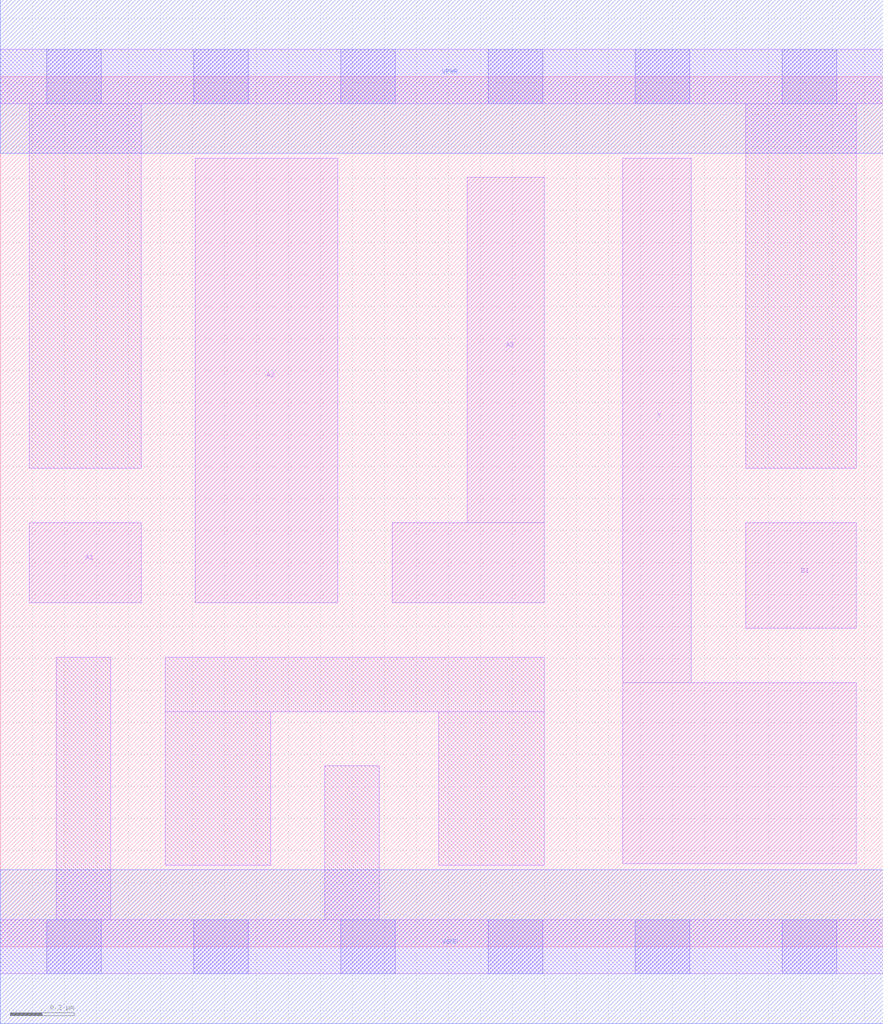
<source format=lef>
# Copyright 2020 The SkyWater PDK Authors
#
# Licensed under the Apache License, Version 2.0 (the "License");
# you may not use this file except in compliance with the License.
# You may obtain a copy of the License at
#
#     https://www.apache.org/licenses/LICENSE-2.0
#
# Unless required by applicable law or agreed to in writing, software
# distributed under the License is distributed on an "AS IS" BASIS,
# WITHOUT WARRANTIES OR CONDITIONS OF ANY KIND, either express or implied.
# See the License for the specific language governing permissions and
# limitations under the License.
#
# SPDX-License-Identifier: Apache-2.0

VERSION 5.7 ;
  NAMESCASESENSITIVE ON ;
  NOWIREEXTENSIONATPIN ON ;
  DIVIDERCHAR "/" ;
  BUSBITCHARS "[]" ;
UNITS
  DATABASE MICRONS 200 ;
END UNITS
MACRO sky130_fd_sc_hd__o31ai_1
  CLASS CORE ;
  SOURCE USER ;
  FOREIGN sky130_fd_sc_hd__o31ai_1 ;
  ORIGIN  0.000000  0.000000 ;
  SIZE  2.760000 BY  2.720000 ;
  SYMMETRY X Y R90 ;
  SITE unithd ;
  PIN A1
    ANTENNAGATEAREA  0.247500 ;
    DIRECTION INPUT ;
    USE SIGNAL ;
    PORT
      LAYER li1 ;
        RECT 0.090000 1.075000 0.440000 1.325000 ;
    END
  END A1
  PIN A2
    ANTENNAGATEAREA  0.247500 ;
    DIRECTION INPUT ;
    USE SIGNAL ;
    PORT
      LAYER li1 ;
        RECT 0.610000 1.075000 1.055000 2.465000 ;
    END
  END A2
  PIN A3
    ANTENNAGATEAREA  0.247500 ;
    DIRECTION INPUT ;
    USE SIGNAL ;
    PORT
      LAYER li1 ;
        RECT 1.225000 1.075000 1.700000 1.325000 ;
        RECT 1.460000 1.325000 1.700000 2.405000 ;
    END
  END A3
  PIN B1
    ANTENNAGATEAREA  0.247500 ;
    DIRECTION INPUT ;
    USE SIGNAL ;
    PORT
      LAYER li1 ;
        RECT 2.330000 0.995000 2.675000 1.325000 ;
    END
  END B1
  PIN Y
    ANTENNADIFFAREA  1.006000 ;
    DIRECTION OUTPUT ;
    USE SIGNAL ;
    PORT
      LAYER li1 ;
        RECT 1.945000 0.260000 2.675000 0.825000 ;
        RECT 1.945000 0.825000 2.160000 2.465000 ;
    END
  END Y
  PIN VGND
    DIRECTION INOUT ;
    SHAPE ABUTMENT ;
    USE GROUND ;
    PORT
      LAYER met1 ;
        RECT 0.000000 -0.240000 2.760000 0.240000 ;
    END
  END VGND
  PIN VPWR
    DIRECTION INOUT ;
    SHAPE ABUTMENT ;
    USE POWER ;
    PORT
      LAYER met1 ;
        RECT 0.000000 2.480000 2.760000 2.960000 ;
    END
  END VPWR
  OBS
    LAYER li1 ;
      RECT 0.000000 -0.085000 2.760000 0.085000 ;
      RECT 0.000000  2.635000 2.760000 2.805000 ;
      RECT 0.090000  1.495000 0.440000 2.635000 ;
      RECT 0.175000  0.085000 0.345000 0.905000 ;
      RECT 0.515000  0.255000 0.845000 0.735000 ;
      RECT 0.515000  0.735000 1.700000 0.905000 ;
      RECT 1.015000  0.085000 1.185000 0.565000 ;
      RECT 1.370000  0.255000 1.700000 0.735000 ;
      RECT 2.330000  1.495000 2.675000 2.635000 ;
    LAYER mcon ;
      RECT 0.145000 -0.085000 0.315000 0.085000 ;
      RECT 0.145000  2.635000 0.315000 2.805000 ;
      RECT 0.605000 -0.085000 0.775000 0.085000 ;
      RECT 0.605000  2.635000 0.775000 2.805000 ;
      RECT 1.065000 -0.085000 1.235000 0.085000 ;
      RECT 1.065000  2.635000 1.235000 2.805000 ;
      RECT 1.525000 -0.085000 1.695000 0.085000 ;
      RECT 1.525000  2.635000 1.695000 2.805000 ;
      RECT 1.985000 -0.085000 2.155000 0.085000 ;
      RECT 1.985000  2.635000 2.155000 2.805000 ;
      RECT 2.445000 -0.085000 2.615000 0.085000 ;
      RECT 2.445000  2.635000 2.615000 2.805000 ;
  END
END sky130_fd_sc_hd__o31ai_1

</source>
